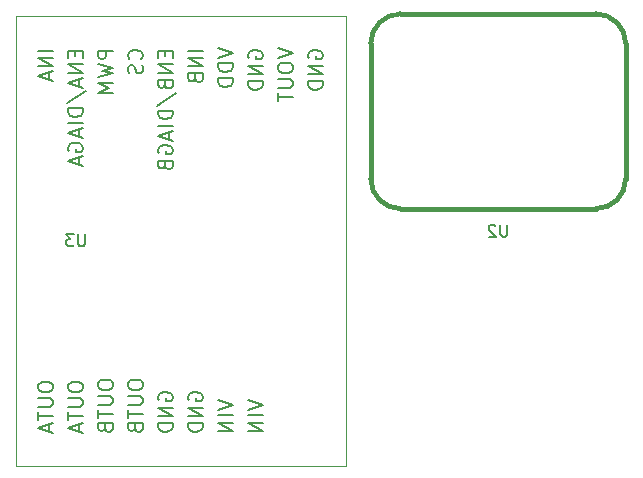
<source format=gbr>
G04 #@! TF.GenerationSoftware,KiCad,Pcbnew,(5.1.4)-1*
G04 #@! TF.CreationDate,2020-03-09T21:22:14-05:00*
G04 #@! TF.ProjectId,BigBrother,42696742-726f-4746-9865-722e6b696361,rev?*
G04 #@! TF.SameCoordinates,Original*
G04 #@! TF.FileFunction,Legend,Bot*
G04 #@! TF.FilePolarity,Positive*
%FSLAX46Y46*%
G04 Gerber Fmt 4.6, Leading zero omitted, Abs format (unit mm)*
G04 Created by KiCad (PCBNEW (5.1.4)-1) date 2020-03-09 21:22:14*
%MOMM*%
%LPD*%
G04 APERTURE LIST*
%ADD10C,0.381000*%
%ADD11C,0.120000*%
%ADD12C,0.150000*%
G04 APERTURE END LIST*
D10*
X152628600Y-86817200D02*
G75*
G03X150088600Y-89357200I0J-2540000D01*
G01*
X169138600Y-86817200D02*
X152628600Y-86817200D01*
X171678600Y-89357200D02*
G75*
G03X169138600Y-86817200I-2540000J0D01*
G01*
X171678600Y-89357200D02*
X171678600Y-100787200D01*
X169138600Y-103327200D02*
G75*
G03X171678600Y-100787200I0J2540000D01*
G01*
X169138600Y-103327200D02*
X152628600Y-103327200D01*
X150088600Y-100787200D02*
G75*
G03X152628600Y-103327200I2540000J0D01*
G01*
X150088600Y-89357200D02*
X150088600Y-100787200D01*
D11*
X148000000Y-125100000D02*
X148000000Y-88270000D01*
X120060000Y-125100000D02*
X148000000Y-125100000D01*
X120060000Y-87000000D02*
X120060000Y-125100000D01*
X148000000Y-87000000D02*
X120060000Y-87000000D01*
X148000000Y-87000000D02*
X148000000Y-88270000D01*
D12*
X161645504Y-104684580D02*
X161645504Y-105494104D01*
X161597885Y-105589342D01*
X161550266Y-105636961D01*
X161455028Y-105684580D01*
X161264552Y-105684580D01*
X161169314Y-105636961D01*
X161121695Y-105589342D01*
X161074076Y-105494104D01*
X161074076Y-104684580D01*
X160645504Y-104779819D02*
X160597885Y-104732200D01*
X160502647Y-104684580D01*
X160264552Y-104684580D01*
X160169314Y-104732200D01*
X160121695Y-104779819D01*
X160074076Y-104875057D01*
X160074076Y-104970295D01*
X160121695Y-105113152D01*
X160693123Y-105684580D01*
X160074076Y-105684580D01*
X125901904Y-105502380D02*
X125901904Y-106311904D01*
X125854285Y-106407142D01*
X125806666Y-106454761D01*
X125711428Y-106502380D01*
X125520952Y-106502380D01*
X125425714Y-106454761D01*
X125378095Y-106407142D01*
X125330476Y-106311904D01*
X125330476Y-105502380D01*
X124949523Y-105502380D02*
X124330476Y-105502380D01*
X124663809Y-105883333D01*
X124520952Y-105883333D01*
X124425714Y-105930952D01*
X124378095Y-105978571D01*
X124330476Y-106073809D01*
X124330476Y-106311904D01*
X124378095Y-106407142D01*
X124425714Y-106454761D01*
X124520952Y-106502380D01*
X124806666Y-106502380D01*
X124901904Y-106454761D01*
X124949523Y-106407142D01*
X123174523Y-89939880D02*
X121904523Y-89939880D01*
X123174523Y-90544642D02*
X121904523Y-90544642D01*
X123174523Y-91270357D01*
X121904523Y-91270357D01*
X122811666Y-91814642D02*
X122811666Y-92419404D01*
X123174523Y-91693690D02*
X121904523Y-92117023D01*
X123174523Y-92540357D01*
X125049285Y-89939880D02*
X125049285Y-90363214D01*
X125714523Y-90544642D02*
X125714523Y-89939880D01*
X124444523Y-89939880D01*
X124444523Y-90544642D01*
X125714523Y-91088928D02*
X124444523Y-91088928D01*
X125714523Y-91814642D01*
X124444523Y-91814642D01*
X125351666Y-92358928D02*
X125351666Y-92963690D01*
X125714523Y-92237976D02*
X124444523Y-92661309D01*
X125714523Y-93084642D01*
X124384047Y-94415119D02*
X126016904Y-93326547D01*
X125714523Y-94838452D02*
X124444523Y-94838452D01*
X124444523Y-95140833D01*
X124505000Y-95322261D01*
X124625952Y-95443214D01*
X124746904Y-95503690D01*
X124988809Y-95564166D01*
X125170238Y-95564166D01*
X125412142Y-95503690D01*
X125533095Y-95443214D01*
X125654047Y-95322261D01*
X125714523Y-95140833D01*
X125714523Y-94838452D01*
X125714523Y-96108452D02*
X124444523Y-96108452D01*
X125351666Y-96652738D02*
X125351666Y-97257500D01*
X125714523Y-96531785D02*
X124444523Y-96955119D01*
X125714523Y-97378452D01*
X124505000Y-98467023D02*
X124444523Y-98346071D01*
X124444523Y-98164642D01*
X124505000Y-97983214D01*
X124625952Y-97862261D01*
X124746904Y-97801785D01*
X124988809Y-97741309D01*
X125170238Y-97741309D01*
X125412142Y-97801785D01*
X125533095Y-97862261D01*
X125654047Y-97983214D01*
X125714523Y-98164642D01*
X125714523Y-98285595D01*
X125654047Y-98467023D01*
X125593571Y-98527500D01*
X125170238Y-98527500D01*
X125170238Y-98285595D01*
X125351666Y-99011309D02*
X125351666Y-99616071D01*
X125714523Y-98890357D02*
X124444523Y-99313690D01*
X125714523Y-99737023D01*
X128254523Y-89939880D02*
X126984523Y-89939880D01*
X126984523Y-90423690D01*
X127045000Y-90544642D01*
X127105476Y-90605119D01*
X127226428Y-90665595D01*
X127407857Y-90665595D01*
X127528809Y-90605119D01*
X127589285Y-90544642D01*
X127649761Y-90423690D01*
X127649761Y-89939880D01*
X126984523Y-91088928D02*
X128254523Y-91391309D01*
X127347380Y-91633214D01*
X128254523Y-91875119D01*
X126984523Y-92177500D01*
X128254523Y-92661309D02*
X126984523Y-92661309D01*
X127891666Y-93084642D01*
X126984523Y-93507976D01*
X128254523Y-93507976D01*
X130673571Y-90665595D02*
X130734047Y-90605119D01*
X130794523Y-90423690D01*
X130794523Y-90302738D01*
X130734047Y-90121309D01*
X130613095Y-90000357D01*
X130492142Y-89939880D01*
X130250238Y-89879404D01*
X130068809Y-89879404D01*
X129826904Y-89939880D01*
X129705952Y-90000357D01*
X129585000Y-90121309D01*
X129524523Y-90302738D01*
X129524523Y-90423690D01*
X129585000Y-90605119D01*
X129645476Y-90665595D01*
X130734047Y-91149404D02*
X130794523Y-91330833D01*
X130794523Y-91633214D01*
X130734047Y-91754166D01*
X130673571Y-91814642D01*
X130552619Y-91875119D01*
X130431666Y-91875119D01*
X130310714Y-91814642D01*
X130250238Y-91754166D01*
X130189761Y-91633214D01*
X130129285Y-91391309D01*
X130068809Y-91270357D01*
X130008333Y-91209880D01*
X129887380Y-91149404D01*
X129766428Y-91149404D01*
X129645476Y-91209880D01*
X129585000Y-91270357D01*
X129524523Y-91391309D01*
X129524523Y-91693690D01*
X129585000Y-91875119D01*
X132669285Y-89939880D02*
X132669285Y-90363214D01*
X133334523Y-90544642D02*
X133334523Y-89939880D01*
X132064523Y-89939880D01*
X132064523Y-90544642D01*
X133334523Y-91088928D02*
X132064523Y-91088928D01*
X133334523Y-91814642D01*
X132064523Y-91814642D01*
X132669285Y-92842738D02*
X132729761Y-93024166D01*
X132790238Y-93084642D01*
X132911190Y-93145119D01*
X133092619Y-93145119D01*
X133213571Y-93084642D01*
X133274047Y-93024166D01*
X133334523Y-92903214D01*
X133334523Y-92419404D01*
X132064523Y-92419404D01*
X132064523Y-92842738D01*
X132125000Y-92963690D01*
X132185476Y-93024166D01*
X132306428Y-93084642D01*
X132427380Y-93084642D01*
X132548333Y-93024166D01*
X132608809Y-92963690D01*
X132669285Y-92842738D01*
X132669285Y-92419404D01*
X132004047Y-94596547D02*
X133636904Y-93507976D01*
X133334523Y-95019880D02*
X132064523Y-95019880D01*
X132064523Y-95322261D01*
X132125000Y-95503690D01*
X132245952Y-95624642D01*
X132366904Y-95685119D01*
X132608809Y-95745595D01*
X132790238Y-95745595D01*
X133032142Y-95685119D01*
X133153095Y-95624642D01*
X133274047Y-95503690D01*
X133334523Y-95322261D01*
X133334523Y-95019880D01*
X133334523Y-96289880D02*
X132064523Y-96289880D01*
X132971666Y-96834166D02*
X132971666Y-97438928D01*
X133334523Y-96713214D02*
X132064523Y-97136547D01*
X133334523Y-97559880D01*
X132125000Y-98648452D02*
X132064523Y-98527500D01*
X132064523Y-98346071D01*
X132125000Y-98164642D01*
X132245952Y-98043690D01*
X132366904Y-97983214D01*
X132608809Y-97922738D01*
X132790238Y-97922738D01*
X133032142Y-97983214D01*
X133153095Y-98043690D01*
X133274047Y-98164642D01*
X133334523Y-98346071D01*
X133334523Y-98467023D01*
X133274047Y-98648452D01*
X133213571Y-98708928D01*
X132790238Y-98708928D01*
X132790238Y-98467023D01*
X132669285Y-99676547D02*
X132729761Y-99857976D01*
X132790238Y-99918452D01*
X132911190Y-99978928D01*
X133092619Y-99978928D01*
X133213571Y-99918452D01*
X133274047Y-99857976D01*
X133334523Y-99737023D01*
X133334523Y-99253214D01*
X132064523Y-99253214D01*
X132064523Y-99676547D01*
X132125000Y-99797500D01*
X132185476Y-99857976D01*
X132306428Y-99918452D01*
X132427380Y-99918452D01*
X132548333Y-99857976D01*
X132608809Y-99797500D01*
X132669285Y-99676547D01*
X132669285Y-99253214D01*
X135874523Y-89939880D02*
X134604523Y-89939880D01*
X135874523Y-90544642D02*
X134604523Y-90544642D01*
X135874523Y-91270357D01*
X134604523Y-91270357D01*
X135209285Y-92298452D02*
X135269761Y-92479880D01*
X135330238Y-92540357D01*
X135451190Y-92600833D01*
X135632619Y-92600833D01*
X135753571Y-92540357D01*
X135814047Y-92479880D01*
X135874523Y-92358928D01*
X135874523Y-91875119D01*
X134604523Y-91875119D01*
X134604523Y-92298452D01*
X134665000Y-92419404D01*
X134725476Y-92479880D01*
X134846428Y-92540357D01*
X134967380Y-92540357D01*
X135088333Y-92479880D01*
X135148809Y-92419404D01*
X135209285Y-92298452D01*
X135209285Y-91875119D01*
X137144523Y-89758452D02*
X138414523Y-90181785D01*
X137144523Y-90605119D01*
X138414523Y-91028452D02*
X137144523Y-91028452D01*
X137144523Y-91330833D01*
X137205000Y-91512261D01*
X137325952Y-91633214D01*
X137446904Y-91693690D01*
X137688809Y-91754166D01*
X137870238Y-91754166D01*
X138112142Y-91693690D01*
X138233095Y-91633214D01*
X138354047Y-91512261D01*
X138414523Y-91330833D01*
X138414523Y-91028452D01*
X138414523Y-92298452D02*
X137144523Y-92298452D01*
X137144523Y-92600833D01*
X137205000Y-92782261D01*
X137325952Y-92903214D01*
X137446904Y-92963690D01*
X137688809Y-93024166D01*
X137870238Y-93024166D01*
X138112142Y-92963690D01*
X138233095Y-92903214D01*
X138354047Y-92782261D01*
X138414523Y-92600833D01*
X138414523Y-92298452D01*
X139745000Y-90605119D02*
X139684523Y-90484166D01*
X139684523Y-90302738D01*
X139745000Y-90121309D01*
X139865952Y-90000357D01*
X139986904Y-89939880D01*
X140228809Y-89879404D01*
X140410238Y-89879404D01*
X140652142Y-89939880D01*
X140773095Y-90000357D01*
X140894047Y-90121309D01*
X140954523Y-90302738D01*
X140954523Y-90423690D01*
X140894047Y-90605119D01*
X140833571Y-90665595D01*
X140410238Y-90665595D01*
X140410238Y-90423690D01*
X140954523Y-91209880D02*
X139684523Y-91209880D01*
X140954523Y-91935595D01*
X139684523Y-91935595D01*
X140954523Y-92540357D02*
X139684523Y-92540357D01*
X139684523Y-92842738D01*
X139745000Y-93024166D01*
X139865952Y-93145119D01*
X139986904Y-93205595D01*
X140228809Y-93266071D01*
X140410238Y-93266071D01*
X140652142Y-93205595D01*
X140773095Y-93145119D01*
X140894047Y-93024166D01*
X140954523Y-92842738D01*
X140954523Y-92540357D01*
X142224523Y-89758452D02*
X143494523Y-90181785D01*
X142224523Y-90605119D01*
X142224523Y-91270357D02*
X142224523Y-91512261D01*
X142285000Y-91633214D01*
X142405952Y-91754166D01*
X142647857Y-91814642D01*
X143071190Y-91814642D01*
X143313095Y-91754166D01*
X143434047Y-91633214D01*
X143494523Y-91512261D01*
X143494523Y-91270357D01*
X143434047Y-91149404D01*
X143313095Y-91028452D01*
X143071190Y-90967976D01*
X142647857Y-90967976D01*
X142405952Y-91028452D01*
X142285000Y-91149404D01*
X142224523Y-91270357D01*
X142224523Y-92358928D02*
X143252619Y-92358928D01*
X143373571Y-92419404D01*
X143434047Y-92479880D01*
X143494523Y-92600833D01*
X143494523Y-92842738D01*
X143434047Y-92963690D01*
X143373571Y-93024166D01*
X143252619Y-93084642D01*
X142224523Y-93084642D01*
X142224523Y-93507976D02*
X142224523Y-94233690D01*
X143494523Y-93870833D02*
X142224523Y-93870833D01*
X144825000Y-90605119D02*
X144764523Y-90484166D01*
X144764523Y-90302738D01*
X144825000Y-90121309D01*
X144945952Y-90000357D01*
X145066904Y-89939880D01*
X145308809Y-89879404D01*
X145490238Y-89879404D01*
X145732142Y-89939880D01*
X145853095Y-90000357D01*
X145974047Y-90121309D01*
X146034523Y-90302738D01*
X146034523Y-90423690D01*
X145974047Y-90605119D01*
X145913571Y-90665595D01*
X145490238Y-90665595D01*
X145490238Y-90423690D01*
X146034523Y-91209880D02*
X144764523Y-91209880D01*
X146034523Y-91935595D01*
X144764523Y-91935595D01*
X146034523Y-92540357D02*
X144764523Y-92540357D01*
X144764523Y-92842738D01*
X144825000Y-93024166D01*
X144945952Y-93145119D01*
X145066904Y-93205595D01*
X145308809Y-93266071D01*
X145490238Y-93266071D01*
X145732142Y-93205595D01*
X145853095Y-93145119D01*
X145974047Y-93024166D01*
X146034523Y-92842738D01*
X146034523Y-92540357D01*
X121904523Y-118289642D02*
X121904523Y-118531547D01*
X121965000Y-118652500D01*
X122085952Y-118773452D01*
X122327857Y-118833928D01*
X122751190Y-118833928D01*
X122993095Y-118773452D01*
X123114047Y-118652500D01*
X123174523Y-118531547D01*
X123174523Y-118289642D01*
X123114047Y-118168690D01*
X122993095Y-118047738D01*
X122751190Y-117987261D01*
X122327857Y-117987261D01*
X122085952Y-118047738D01*
X121965000Y-118168690D01*
X121904523Y-118289642D01*
X121904523Y-119378214D02*
X122932619Y-119378214D01*
X123053571Y-119438690D01*
X123114047Y-119499166D01*
X123174523Y-119620119D01*
X123174523Y-119862023D01*
X123114047Y-119982976D01*
X123053571Y-120043452D01*
X122932619Y-120103928D01*
X121904523Y-120103928D01*
X121904523Y-120527261D02*
X121904523Y-121252976D01*
X123174523Y-120890119D02*
X121904523Y-120890119D01*
X122811666Y-121615833D02*
X122811666Y-122220595D01*
X123174523Y-121494880D02*
X121904523Y-121918214D01*
X123174523Y-122341547D01*
X124444523Y-118289642D02*
X124444523Y-118531547D01*
X124505000Y-118652500D01*
X124625952Y-118773452D01*
X124867857Y-118833928D01*
X125291190Y-118833928D01*
X125533095Y-118773452D01*
X125654047Y-118652500D01*
X125714523Y-118531547D01*
X125714523Y-118289642D01*
X125654047Y-118168690D01*
X125533095Y-118047738D01*
X125291190Y-117987261D01*
X124867857Y-117987261D01*
X124625952Y-118047738D01*
X124505000Y-118168690D01*
X124444523Y-118289642D01*
X124444523Y-119378214D02*
X125472619Y-119378214D01*
X125593571Y-119438690D01*
X125654047Y-119499166D01*
X125714523Y-119620119D01*
X125714523Y-119862023D01*
X125654047Y-119982976D01*
X125593571Y-120043452D01*
X125472619Y-120103928D01*
X124444523Y-120103928D01*
X124444523Y-120527261D02*
X124444523Y-121252976D01*
X125714523Y-120890119D02*
X124444523Y-120890119D01*
X125351666Y-121615833D02*
X125351666Y-122220595D01*
X125714523Y-121494880D02*
X124444523Y-121918214D01*
X125714523Y-122341547D01*
X126984523Y-118108214D02*
X126984523Y-118350119D01*
X127045000Y-118471071D01*
X127165952Y-118592023D01*
X127407857Y-118652500D01*
X127831190Y-118652500D01*
X128073095Y-118592023D01*
X128194047Y-118471071D01*
X128254523Y-118350119D01*
X128254523Y-118108214D01*
X128194047Y-117987261D01*
X128073095Y-117866309D01*
X127831190Y-117805833D01*
X127407857Y-117805833D01*
X127165952Y-117866309D01*
X127045000Y-117987261D01*
X126984523Y-118108214D01*
X126984523Y-119196785D02*
X128012619Y-119196785D01*
X128133571Y-119257261D01*
X128194047Y-119317738D01*
X128254523Y-119438690D01*
X128254523Y-119680595D01*
X128194047Y-119801547D01*
X128133571Y-119862023D01*
X128012619Y-119922500D01*
X126984523Y-119922500D01*
X126984523Y-120345833D02*
X126984523Y-121071547D01*
X128254523Y-120708690D02*
X126984523Y-120708690D01*
X127589285Y-121918214D02*
X127649761Y-122099642D01*
X127710238Y-122160119D01*
X127831190Y-122220595D01*
X128012619Y-122220595D01*
X128133571Y-122160119D01*
X128194047Y-122099642D01*
X128254523Y-121978690D01*
X128254523Y-121494880D01*
X126984523Y-121494880D01*
X126984523Y-121918214D01*
X127045000Y-122039166D01*
X127105476Y-122099642D01*
X127226428Y-122160119D01*
X127347380Y-122160119D01*
X127468333Y-122099642D01*
X127528809Y-122039166D01*
X127589285Y-121918214D01*
X127589285Y-121494880D01*
X129524523Y-118108214D02*
X129524523Y-118350119D01*
X129585000Y-118471071D01*
X129705952Y-118592023D01*
X129947857Y-118652500D01*
X130371190Y-118652500D01*
X130613095Y-118592023D01*
X130734047Y-118471071D01*
X130794523Y-118350119D01*
X130794523Y-118108214D01*
X130734047Y-117987261D01*
X130613095Y-117866309D01*
X130371190Y-117805833D01*
X129947857Y-117805833D01*
X129705952Y-117866309D01*
X129585000Y-117987261D01*
X129524523Y-118108214D01*
X129524523Y-119196785D02*
X130552619Y-119196785D01*
X130673571Y-119257261D01*
X130734047Y-119317738D01*
X130794523Y-119438690D01*
X130794523Y-119680595D01*
X130734047Y-119801547D01*
X130673571Y-119862023D01*
X130552619Y-119922500D01*
X129524523Y-119922500D01*
X129524523Y-120345833D02*
X129524523Y-121071547D01*
X130794523Y-120708690D02*
X129524523Y-120708690D01*
X130129285Y-121918214D02*
X130189761Y-122099642D01*
X130250238Y-122160119D01*
X130371190Y-122220595D01*
X130552619Y-122220595D01*
X130673571Y-122160119D01*
X130734047Y-122099642D01*
X130794523Y-121978690D01*
X130794523Y-121494880D01*
X129524523Y-121494880D01*
X129524523Y-121918214D01*
X129585000Y-122039166D01*
X129645476Y-122099642D01*
X129766428Y-122160119D01*
X129887380Y-122160119D01*
X130008333Y-122099642D01*
X130068809Y-122039166D01*
X130129285Y-121918214D01*
X130129285Y-121494880D01*
X132125000Y-119559642D02*
X132064523Y-119438690D01*
X132064523Y-119257261D01*
X132125000Y-119075833D01*
X132245952Y-118954880D01*
X132366904Y-118894404D01*
X132608809Y-118833928D01*
X132790238Y-118833928D01*
X133032142Y-118894404D01*
X133153095Y-118954880D01*
X133274047Y-119075833D01*
X133334523Y-119257261D01*
X133334523Y-119378214D01*
X133274047Y-119559642D01*
X133213571Y-119620119D01*
X132790238Y-119620119D01*
X132790238Y-119378214D01*
X133334523Y-120164404D02*
X132064523Y-120164404D01*
X133334523Y-120890119D01*
X132064523Y-120890119D01*
X133334523Y-121494880D02*
X132064523Y-121494880D01*
X132064523Y-121797261D01*
X132125000Y-121978690D01*
X132245952Y-122099642D01*
X132366904Y-122160119D01*
X132608809Y-122220595D01*
X132790238Y-122220595D01*
X133032142Y-122160119D01*
X133153095Y-122099642D01*
X133274047Y-121978690D01*
X133334523Y-121797261D01*
X133334523Y-121494880D01*
X134665000Y-119559642D02*
X134604523Y-119438690D01*
X134604523Y-119257261D01*
X134665000Y-119075833D01*
X134785952Y-118954880D01*
X134906904Y-118894404D01*
X135148809Y-118833928D01*
X135330238Y-118833928D01*
X135572142Y-118894404D01*
X135693095Y-118954880D01*
X135814047Y-119075833D01*
X135874523Y-119257261D01*
X135874523Y-119378214D01*
X135814047Y-119559642D01*
X135753571Y-119620119D01*
X135330238Y-119620119D01*
X135330238Y-119378214D01*
X135874523Y-120164404D02*
X134604523Y-120164404D01*
X135874523Y-120890119D01*
X134604523Y-120890119D01*
X135874523Y-121494880D02*
X134604523Y-121494880D01*
X134604523Y-121797261D01*
X134665000Y-121978690D01*
X134785952Y-122099642D01*
X134906904Y-122160119D01*
X135148809Y-122220595D01*
X135330238Y-122220595D01*
X135572142Y-122160119D01*
X135693095Y-122099642D01*
X135814047Y-121978690D01*
X135874523Y-121797261D01*
X135874523Y-121494880D01*
X137144523Y-119559642D02*
X138414523Y-119982976D01*
X137144523Y-120406309D01*
X138414523Y-120829642D02*
X137144523Y-120829642D01*
X138414523Y-121434404D02*
X137144523Y-121434404D01*
X138414523Y-122160119D01*
X137144523Y-122160119D01*
X139684523Y-119559642D02*
X140954523Y-119982976D01*
X139684523Y-120406309D01*
X140954523Y-120829642D02*
X139684523Y-120829642D01*
X140954523Y-121434404D02*
X139684523Y-121434404D01*
X140954523Y-122160119D01*
X139684523Y-122160119D01*
M02*

</source>
